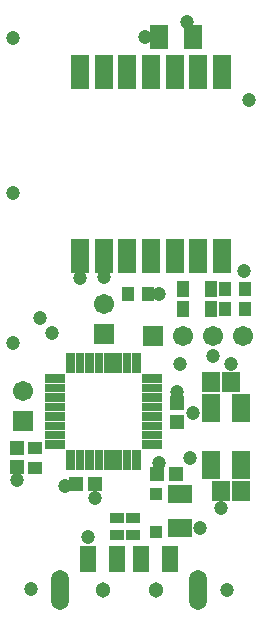
<source format=gts>
G04 Layer_Color=8388736*
%FSLAX43Y43*%
%MOMM*%
G71*
G01*
G75*
%ADD34R,1.503X3.003*%
%ADD35R,1.193X0.923*%
%ADD36R,1.100X1.100*%
%ADD37R,1.100X1.400*%
%ADD38R,1.103X1.203*%
%ADD39R,1.203X1.203*%
%ADD40R,1.503X1.703*%
%ADD41R,2.003X1.503*%
%ADD42R,1.503X2.003*%
%ADD43R,1.203X1.103*%
%ADD44R,1.203X1.203*%
%ADD45R,1.603X2.403*%
%ADD46R,1.403X2.203*%
%ADD47C,1.703*%
%ADD48R,1.703X1.703*%
%ADD49O,1.503X3.403*%
%ADD50R,1.703X1.703*%
%ADD51C,1.203*%
%ADD52C,1.303*%
G36*
X11983Y21085D02*
X11275D01*
Y22758D01*
X11983D01*
Y21085D01*
D02*
G37*
G36*
X11196D02*
X10488D01*
Y22758D01*
X11196D01*
Y21085D01*
D02*
G37*
G36*
X10383D02*
X9675D01*
Y22758D01*
X10383D01*
Y21085D01*
D02*
G37*
G36*
X9596D02*
X8888D01*
Y22758D01*
X9596D01*
Y21085D01*
D02*
G37*
G36*
X8783D02*
X8075D01*
Y22758D01*
X8783D01*
Y21085D01*
D02*
G37*
G36*
X7995D02*
X7287D01*
Y22758D01*
X7995D01*
Y21085D01*
D02*
G37*
G36*
X7183D02*
X6475D01*
Y22758D01*
X7183D01*
Y21085D01*
D02*
G37*
G36*
X6395D02*
X5687D01*
Y22758D01*
X6395D01*
Y21085D01*
D02*
G37*
G36*
X13787Y20247D02*
X12113D01*
Y20955D01*
X13787D01*
Y20247D01*
D02*
G37*
G36*
X5557D02*
X3884D01*
Y20955D01*
X5557D01*
Y20247D01*
D02*
G37*
G36*
X13787Y19459D02*
X12113D01*
Y20167D01*
X13787D01*
Y19459D01*
D02*
G37*
G36*
X5557D02*
X3884D01*
Y20167D01*
X5557D01*
Y19459D01*
D02*
G37*
G36*
X13787Y18646D02*
X12113D01*
Y19354D01*
X13787D01*
Y18646D01*
D02*
G37*
G36*
X5557D02*
X3884D01*
Y19354D01*
X5557D01*
Y18646D01*
D02*
G37*
G36*
X13787Y17859D02*
X12113D01*
Y18567D01*
X13787D01*
Y17859D01*
D02*
G37*
G36*
X5557D02*
X3884D01*
Y18567D01*
X5557D01*
Y17859D01*
D02*
G37*
G36*
X13787Y17046D02*
X12113D01*
Y17754D01*
X13787D01*
Y17046D01*
D02*
G37*
G36*
X5557D02*
X3884D01*
Y17754D01*
X5557D01*
Y17046D01*
D02*
G37*
G36*
X13787Y16259D02*
X12113D01*
Y16967D01*
X13787D01*
Y16259D01*
D02*
G37*
G36*
X5557D02*
X3884D01*
Y16967D01*
X5557D01*
Y16259D01*
D02*
G37*
G36*
X13787Y15446D02*
X12113D01*
Y16154D01*
X13787D01*
Y15446D01*
D02*
G37*
G36*
X5557D02*
X3884D01*
Y16154D01*
X5557D01*
Y15446D01*
D02*
G37*
G36*
X13787Y14659D02*
X12113D01*
Y15367D01*
X13787D01*
Y14659D01*
D02*
G37*
G36*
X5557D02*
X3884D01*
Y15367D01*
X5557D01*
Y14659D01*
D02*
G37*
G36*
X11983Y12855D02*
X11275D01*
Y14528D01*
X11983D01*
Y12855D01*
D02*
G37*
G36*
X11196D02*
X10488D01*
Y14528D01*
X11196D01*
Y12855D01*
D02*
G37*
G36*
X10383D02*
X9675D01*
Y14528D01*
X10383D01*
Y12855D01*
D02*
G37*
G36*
X9596D02*
X8888D01*
Y14528D01*
X9596D01*
Y12855D01*
D02*
G37*
G36*
X8783D02*
X8075D01*
Y14528D01*
X8783D01*
Y12855D01*
D02*
G37*
G36*
X7995D02*
X7287D01*
Y14528D01*
X7995D01*
Y12855D01*
D02*
G37*
G36*
X7183D02*
X6475D01*
Y14528D01*
X7183D01*
Y12855D01*
D02*
G37*
G36*
X6395D02*
X5687D01*
Y14528D01*
X6395D01*
Y12855D01*
D02*
G37*
D34*
X10854Y46600D02*
D03*
X12854D02*
D03*
X6854D02*
D03*
X8854D02*
D03*
X14854D02*
D03*
X18854D02*
D03*
X16854D02*
D03*
X16854Y31000D02*
D03*
X18854D02*
D03*
X14854D02*
D03*
X8854D02*
D03*
X6854D02*
D03*
X10854D02*
D03*
X12854D02*
D03*
D35*
X11300Y8780D02*
D03*
Y7400D02*
D03*
X10000Y8780D02*
D03*
Y7400D02*
D03*
D36*
X13250Y10850D02*
D03*
Y7650D02*
D03*
D37*
X17900Y26500D02*
D03*
X15600D02*
D03*
X17900Y28199D02*
D03*
X15600D02*
D03*
D38*
X10875Y27724D02*
D03*
X12575D02*
D03*
X19100Y28199D02*
D03*
X20800D02*
D03*
X19100Y26500D02*
D03*
X20800D02*
D03*
D39*
X6539Y11650D02*
D03*
X8139D02*
D03*
X13350Y12550D02*
D03*
X14950D02*
D03*
D40*
X20450Y11050D02*
D03*
X18750D02*
D03*
X17954Y20347D02*
D03*
X19654D02*
D03*
D41*
X15350Y7950D02*
D03*
X15350Y10850D02*
D03*
D42*
X13550Y49550D02*
D03*
X16450D02*
D03*
D43*
X3000Y14750D02*
D03*
Y13050D02*
D03*
D44*
X1500Y14700D02*
D03*
Y13100D02*
D03*
X15073Y18500D02*
D03*
Y16900D02*
D03*
D45*
X17950Y13300D02*
D03*
Y18100D02*
D03*
X20450D02*
D03*
Y13300D02*
D03*
D46*
X14500Y5300D02*
D03*
X12000D02*
D03*
X7500D02*
D03*
X10000D02*
D03*
D47*
X2000Y19540D02*
D03*
X8850Y26900D02*
D03*
X15560Y24200D02*
D03*
X18100D02*
D03*
X20640D02*
D03*
D48*
X2000Y17000D02*
D03*
X8850Y24360D02*
D03*
D49*
X16850Y2700D02*
D03*
X5150D02*
D03*
D50*
X13020Y24200D02*
D03*
D51*
X21150Y44200D02*
D03*
X15900Y50800D02*
D03*
X1550Y12000D02*
D03*
X2700Y2750D02*
D03*
X15050Y19450D02*
D03*
X16394Y17654D02*
D03*
X8150Y10500D02*
D03*
X13550Y13450D02*
D03*
X6854Y29150D02*
D03*
X1200Y36300D02*
D03*
X20694Y29691D02*
D03*
X19654Y21800D02*
D03*
X1200Y49400D02*
D03*
X18750Y9650D02*
D03*
X16115Y13900D02*
D03*
X19250Y2700D02*
D03*
X12350Y49550D02*
D03*
X8854Y29200D02*
D03*
X5600Y11500D02*
D03*
X7500Y7150D02*
D03*
X1200Y23650D02*
D03*
X17039Y7950D02*
D03*
X3475Y25700D02*
D03*
X4500Y24450D02*
D03*
X13503Y27724D02*
D03*
X15300Y21800D02*
D03*
X18100Y22500D02*
D03*
D52*
X13250Y2700D02*
D03*
X8750D02*
D03*
M02*

</source>
